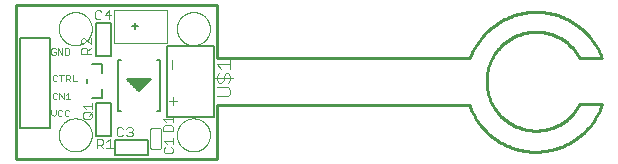
<source format=gto>
G75*
%MOIN*%
%OFA0B0*%
%FSLAX25Y25*%
%IPPOS*%
%LPD*%
%AMOC8*
5,1,8,0,0,1.08239X$1,22.5*
%
%ADD10C,0.01000*%
%ADD11C,0.00200*%
%ADD12C,0.00000*%
%ADD13C,0.00300*%
%ADD14C,0.00400*%
%ADD15C,0.00500*%
%ADD16C,0.00800*%
D10*
X0024642Y0084477D02*
X0024642Y0135658D01*
X0091571Y0135658D01*
X0091571Y0117942D01*
X0175823Y0117942D01*
X0175823Y0102194D02*
X0091571Y0102194D01*
X0091571Y0084477D01*
X0024642Y0084477D01*
X0175744Y0102233D02*
X0175944Y0101697D01*
X0176157Y0101167D01*
X0176383Y0100642D01*
X0176622Y0100123D01*
X0176874Y0099610D01*
X0177138Y0099103D01*
X0177414Y0098603D01*
X0177703Y0098109D01*
X0178003Y0097623D01*
X0178315Y0097144D01*
X0178639Y0096673D01*
X0178974Y0096210D01*
X0179321Y0095756D01*
X0179678Y0095310D01*
X0180046Y0094872D01*
X0180425Y0094444D01*
X0180814Y0094026D01*
X0181213Y0093617D01*
X0181622Y0093217D01*
X0182041Y0092828D01*
X0182469Y0092450D01*
X0182906Y0092081D01*
X0183352Y0091724D01*
X0183807Y0091378D01*
X0184270Y0091042D01*
X0184741Y0090719D01*
X0185219Y0090406D01*
X0185705Y0090106D01*
X0186199Y0089817D01*
X0186699Y0089541D01*
X0187206Y0089277D01*
X0187719Y0089025D01*
X0188238Y0088786D01*
X0188763Y0088560D01*
X0189294Y0088347D01*
X0189829Y0088146D01*
X0190369Y0087959D01*
X0190913Y0087785D01*
X0191462Y0087624D01*
X0192014Y0087477D01*
X0192570Y0087343D01*
X0193128Y0087223D01*
X0193690Y0087117D01*
X0194254Y0087024D01*
X0194820Y0086945D01*
X0195388Y0086880D01*
X0195957Y0086829D01*
X0196527Y0086792D01*
X0197099Y0086769D01*
X0197670Y0086759D01*
X0198242Y0086764D01*
X0198813Y0086782D01*
X0199383Y0086815D01*
X0199953Y0086861D01*
X0200521Y0086921D01*
X0201088Y0086996D01*
X0201653Y0087084D01*
X0202215Y0087185D01*
X0202775Y0087301D01*
X0203332Y0087430D01*
X0203885Y0087572D01*
X0204435Y0087728D01*
X0204981Y0087898D01*
X0205523Y0088081D01*
X0206059Y0088276D01*
X0206591Y0088485D01*
X0207118Y0088707D01*
X0207639Y0088942D01*
X0208155Y0089189D01*
X0208664Y0089449D01*
X0209166Y0089721D01*
X0209662Y0090006D01*
X0210151Y0090302D01*
X0210632Y0090610D01*
X0211106Y0090930D01*
X0211572Y0091261D01*
X0212029Y0091604D01*
X0212478Y0091958D01*
X0212918Y0092322D01*
X0213349Y0092697D01*
X0213771Y0093083D01*
X0214184Y0093479D01*
X0214586Y0093884D01*
X0214979Y0094300D01*
X0215361Y0094725D01*
X0215733Y0095159D01*
X0216094Y0095602D01*
X0216444Y0096053D01*
X0216783Y0096514D01*
X0217111Y0096982D01*
X0217427Y0097458D01*
X0217732Y0097942D01*
X0218024Y0098433D01*
X0218305Y0098931D01*
X0218573Y0099435D01*
X0218829Y0099946D01*
X0219072Y0100464D01*
X0219303Y0100987D01*
X0219520Y0101515D01*
X0219725Y0102049D01*
X0219917Y0102587D01*
X0219839Y0102587D02*
X0212437Y0102548D01*
X0219917Y0117942D02*
X0219714Y0118477D01*
X0219497Y0119008D01*
X0219268Y0119532D01*
X0219026Y0120052D01*
X0218771Y0120565D01*
X0218504Y0121071D01*
X0218225Y0121571D01*
X0217933Y0122065D01*
X0217630Y0122550D01*
X0217315Y0123029D01*
X0216988Y0123499D01*
X0216650Y0123961D01*
X0216300Y0124415D01*
X0215940Y0124861D01*
X0215569Y0125297D01*
X0215187Y0125724D01*
X0214796Y0126142D01*
X0214394Y0126550D01*
X0213982Y0126948D01*
X0213560Y0127336D01*
X0213130Y0127714D01*
X0212690Y0128081D01*
X0212241Y0128437D01*
X0211784Y0128782D01*
X0211319Y0129116D01*
X0210845Y0129438D01*
X0210364Y0129749D01*
X0209875Y0130047D01*
X0209380Y0130334D01*
X0208877Y0130609D01*
X0208368Y0130871D01*
X0207852Y0131121D01*
X0207331Y0131358D01*
X0206804Y0131583D01*
X0206272Y0131794D01*
X0205734Y0131993D01*
X0205192Y0132178D01*
X0204646Y0132350D01*
X0204095Y0132509D01*
X0203541Y0132654D01*
X0202984Y0132785D01*
X0202423Y0132903D01*
X0201860Y0133007D01*
X0201295Y0133098D01*
X0200727Y0133175D01*
X0200158Y0133237D01*
X0199587Y0133286D01*
X0199015Y0133321D01*
X0198443Y0133342D01*
X0197870Y0133349D01*
X0197297Y0133342D01*
X0196725Y0133321D01*
X0196153Y0133286D01*
X0195582Y0133237D01*
X0195013Y0133175D01*
X0194445Y0133098D01*
X0193880Y0133007D01*
X0193317Y0132903D01*
X0192756Y0132785D01*
X0192199Y0132654D01*
X0191645Y0132509D01*
X0191094Y0132350D01*
X0190548Y0132178D01*
X0190006Y0131993D01*
X0189468Y0131794D01*
X0188936Y0131583D01*
X0188409Y0131358D01*
X0187888Y0131121D01*
X0187372Y0130871D01*
X0186863Y0130609D01*
X0186360Y0130334D01*
X0185865Y0130047D01*
X0185376Y0129749D01*
X0184895Y0129438D01*
X0184421Y0129116D01*
X0183956Y0128782D01*
X0183499Y0128437D01*
X0183050Y0128081D01*
X0182610Y0127714D01*
X0182180Y0127336D01*
X0181758Y0126948D01*
X0181346Y0126550D01*
X0180944Y0126142D01*
X0180553Y0125724D01*
X0180171Y0125297D01*
X0179800Y0124861D01*
X0179440Y0124415D01*
X0179090Y0123961D01*
X0178752Y0123499D01*
X0178425Y0123029D01*
X0178110Y0122550D01*
X0177807Y0122065D01*
X0177515Y0121571D01*
X0177236Y0121071D01*
X0176969Y0120565D01*
X0176714Y0120052D01*
X0176472Y0119532D01*
X0176243Y0119008D01*
X0176026Y0118477D01*
X0175823Y0117942D01*
X0212437Y0117942D02*
X0212244Y0118296D01*
X0212044Y0118646D01*
X0211834Y0118990D01*
X0211616Y0119330D01*
X0211390Y0119663D01*
X0211156Y0119992D01*
X0210914Y0120314D01*
X0210664Y0120630D01*
X0210406Y0120940D01*
X0210141Y0121244D01*
X0209869Y0121541D01*
X0209589Y0121832D01*
X0209303Y0122115D01*
X0209009Y0122391D01*
X0208709Y0122661D01*
X0208402Y0122922D01*
X0208089Y0123176D01*
X0207770Y0123423D01*
X0207445Y0123661D01*
X0207114Y0123891D01*
X0206778Y0124114D01*
X0206436Y0124328D01*
X0206089Y0124533D01*
X0205737Y0124730D01*
X0205381Y0124918D01*
X0205020Y0125098D01*
X0204655Y0125268D01*
X0204285Y0125430D01*
X0203912Y0125582D01*
X0203535Y0125726D01*
X0203155Y0125860D01*
X0202772Y0125985D01*
X0202385Y0126100D01*
X0201996Y0126206D01*
X0201605Y0126302D01*
X0201211Y0126388D01*
X0200815Y0126465D01*
X0200418Y0126533D01*
X0200019Y0126590D01*
X0199618Y0126638D01*
X0199217Y0126676D01*
X0198815Y0126704D01*
X0198412Y0126722D01*
X0198009Y0126730D01*
X0197606Y0126729D01*
X0197203Y0126717D01*
X0196800Y0126696D01*
X0196398Y0126665D01*
X0195997Y0126624D01*
X0195597Y0126573D01*
X0195199Y0126513D01*
X0194802Y0126443D01*
X0194407Y0126363D01*
X0194014Y0126273D01*
X0193623Y0126174D01*
X0193235Y0126065D01*
X0192849Y0125947D01*
X0192467Y0125819D01*
X0192088Y0125682D01*
X0191712Y0125536D01*
X0191340Y0125381D01*
X0190972Y0125216D01*
X0190608Y0125043D01*
X0190248Y0124861D01*
X0189893Y0124670D01*
X0189543Y0124470D01*
X0189198Y0124262D01*
X0188858Y0124046D01*
X0188523Y0123821D01*
X0188194Y0123588D01*
X0187871Y0123347D01*
X0187553Y0123098D01*
X0187242Y0122842D01*
X0186937Y0122578D01*
X0186639Y0122307D01*
X0186348Y0122028D01*
X0186063Y0121742D01*
X0185786Y0121450D01*
X0185516Y0121151D01*
X0185253Y0120845D01*
X0184998Y0120533D01*
X0184750Y0120215D01*
X0184510Y0119891D01*
X0184279Y0119561D01*
X0184055Y0119225D01*
X0183840Y0118884D01*
X0183633Y0118538D01*
X0183435Y0118187D01*
X0183245Y0117831D01*
X0183065Y0117471D01*
X0182893Y0117106D01*
X0182730Y0116738D01*
X0182576Y0116365D01*
X0182431Y0115989D01*
X0182295Y0115609D01*
X0182169Y0115226D01*
X0182052Y0114840D01*
X0181945Y0114452D01*
X0181847Y0114061D01*
X0181759Y0113667D01*
X0181681Y0113272D01*
X0181612Y0112874D01*
X0181553Y0112476D01*
X0181504Y0112076D01*
X0181464Y0111674D01*
X0181435Y0111272D01*
X0181415Y0110870D01*
X0181405Y0110467D01*
X0181405Y0110063D01*
X0181415Y0109660D01*
X0181435Y0109258D01*
X0181464Y0108856D01*
X0181504Y0108454D01*
X0181553Y0108054D01*
X0181612Y0107656D01*
X0181681Y0107258D01*
X0181759Y0106863D01*
X0181847Y0106469D01*
X0181945Y0106078D01*
X0182052Y0105690D01*
X0182169Y0105304D01*
X0182295Y0104921D01*
X0182431Y0104541D01*
X0182576Y0104165D01*
X0182730Y0103792D01*
X0182893Y0103424D01*
X0183065Y0103059D01*
X0183245Y0102699D01*
X0183435Y0102343D01*
X0183633Y0101992D01*
X0183840Y0101646D01*
X0184055Y0101305D01*
X0184279Y0100969D01*
X0184510Y0100639D01*
X0184750Y0100315D01*
X0184998Y0099997D01*
X0185253Y0099685D01*
X0185516Y0099379D01*
X0185786Y0099080D01*
X0186063Y0098788D01*
X0186348Y0098502D01*
X0186639Y0098223D01*
X0186937Y0097952D01*
X0187242Y0097688D01*
X0187553Y0097432D01*
X0187871Y0097183D01*
X0188194Y0096942D01*
X0188523Y0096709D01*
X0188858Y0096484D01*
X0189198Y0096268D01*
X0189543Y0096060D01*
X0189893Y0095860D01*
X0190248Y0095669D01*
X0190608Y0095487D01*
X0190972Y0095314D01*
X0191340Y0095149D01*
X0191712Y0094994D01*
X0192088Y0094848D01*
X0192467Y0094711D01*
X0192849Y0094583D01*
X0193235Y0094465D01*
X0193623Y0094356D01*
X0194014Y0094257D01*
X0194407Y0094167D01*
X0194802Y0094087D01*
X0195199Y0094017D01*
X0195597Y0093957D01*
X0195997Y0093906D01*
X0196398Y0093865D01*
X0196800Y0093834D01*
X0197203Y0093813D01*
X0197606Y0093801D01*
X0198009Y0093800D01*
X0198412Y0093808D01*
X0198815Y0093826D01*
X0199217Y0093854D01*
X0199618Y0093892D01*
X0200019Y0093940D01*
X0200418Y0093997D01*
X0200815Y0094065D01*
X0201211Y0094142D01*
X0201605Y0094228D01*
X0201996Y0094324D01*
X0202385Y0094430D01*
X0202772Y0094545D01*
X0203155Y0094670D01*
X0203535Y0094804D01*
X0203912Y0094948D01*
X0204285Y0095100D01*
X0204655Y0095262D01*
X0205020Y0095432D01*
X0205381Y0095612D01*
X0205737Y0095800D01*
X0206089Y0095997D01*
X0206436Y0096202D01*
X0206778Y0096416D01*
X0207114Y0096639D01*
X0207445Y0096869D01*
X0207770Y0097107D01*
X0208089Y0097354D01*
X0208402Y0097608D01*
X0208709Y0097869D01*
X0209009Y0098139D01*
X0209303Y0098415D01*
X0209589Y0098698D01*
X0209869Y0098989D01*
X0210141Y0099286D01*
X0210406Y0099590D01*
X0210664Y0099900D01*
X0210914Y0100216D01*
X0211156Y0100538D01*
X0211390Y0100867D01*
X0211616Y0101200D01*
X0211834Y0101540D01*
X0212044Y0101884D01*
X0212244Y0102234D01*
X0212437Y0102588D01*
X0212437Y0117942D02*
X0219917Y0117942D01*
D11*
X0044877Y0110207D02*
X0043409Y0110207D01*
X0043409Y0112409D01*
X0042667Y0112042D02*
X0042667Y0111308D01*
X0042300Y0110941D01*
X0041199Y0110941D01*
X0041933Y0110941D02*
X0042667Y0110207D01*
X0041199Y0110207D02*
X0041199Y0112409D01*
X0042300Y0112409D01*
X0042667Y0112042D01*
X0040457Y0112409D02*
X0038989Y0112409D01*
X0039723Y0112409D02*
X0039723Y0110207D01*
X0038247Y0110574D02*
X0037880Y0110207D01*
X0037146Y0110207D01*
X0036779Y0110574D01*
X0036779Y0112042D01*
X0037146Y0112409D01*
X0037880Y0112409D01*
X0038247Y0112042D01*
X0038595Y0119026D02*
X0038595Y0121228D01*
X0040063Y0119026D01*
X0040063Y0121228D01*
X0040805Y0121228D02*
X0041906Y0121228D01*
X0042273Y0120861D01*
X0042273Y0119393D01*
X0041906Y0119026D01*
X0040805Y0119026D01*
X0040805Y0121228D01*
X0037853Y0120861D02*
X0037486Y0121228D01*
X0036752Y0121228D01*
X0036385Y0120861D01*
X0036385Y0119393D01*
X0036752Y0119026D01*
X0037486Y0119026D01*
X0037853Y0119393D01*
X0037853Y0120127D01*
X0037119Y0120127D01*
X0036385Y0100834D02*
X0036385Y0099366D01*
X0037119Y0098632D01*
X0037853Y0099366D01*
X0037853Y0100834D01*
X0038595Y0100467D02*
X0038595Y0098999D01*
X0038962Y0098632D01*
X0039696Y0098632D01*
X0040063Y0098999D01*
X0040805Y0098999D02*
X0041172Y0098632D01*
X0041906Y0098632D01*
X0042273Y0098999D01*
X0040805Y0098999D02*
X0040805Y0100467D01*
X0041172Y0100834D01*
X0041906Y0100834D01*
X0042273Y0100467D01*
X0040063Y0100467D02*
X0039696Y0100834D01*
X0038962Y0100834D01*
X0038595Y0100467D01*
D12*
X0038815Y0092351D02*
X0038817Y0092499D01*
X0038823Y0092647D01*
X0038833Y0092795D01*
X0038847Y0092942D01*
X0038865Y0093089D01*
X0038886Y0093235D01*
X0038912Y0093381D01*
X0038942Y0093526D01*
X0038975Y0093670D01*
X0039013Y0093813D01*
X0039054Y0093955D01*
X0039099Y0094096D01*
X0039147Y0094236D01*
X0039200Y0094375D01*
X0039256Y0094512D01*
X0039316Y0094647D01*
X0039379Y0094781D01*
X0039446Y0094913D01*
X0039517Y0095043D01*
X0039591Y0095171D01*
X0039668Y0095297D01*
X0039749Y0095421D01*
X0039833Y0095543D01*
X0039920Y0095662D01*
X0040011Y0095779D01*
X0040105Y0095894D01*
X0040201Y0096006D01*
X0040301Y0096116D01*
X0040403Y0096222D01*
X0040509Y0096326D01*
X0040617Y0096427D01*
X0040728Y0096525D01*
X0040841Y0096621D01*
X0040957Y0096713D01*
X0041075Y0096802D01*
X0041196Y0096887D01*
X0041319Y0096970D01*
X0041444Y0097049D01*
X0041571Y0097125D01*
X0041700Y0097197D01*
X0041831Y0097266D01*
X0041964Y0097331D01*
X0042099Y0097392D01*
X0042235Y0097450D01*
X0042372Y0097505D01*
X0042511Y0097555D01*
X0042652Y0097602D01*
X0042793Y0097645D01*
X0042936Y0097685D01*
X0043080Y0097720D01*
X0043224Y0097752D01*
X0043370Y0097779D01*
X0043516Y0097803D01*
X0043663Y0097823D01*
X0043810Y0097839D01*
X0043957Y0097851D01*
X0044105Y0097859D01*
X0044253Y0097863D01*
X0044401Y0097863D01*
X0044549Y0097859D01*
X0044697Y0097851D01*
X0044844Y0097839D01*
X0044991Y0097823D01*
X0045138Y0097803D01*
X0045284Y0097779D01*
X0045430Y0097752D01*
X0045574Y0097720D01*
X0045718Y0097685D01*
X0045861Y0097645D01*
X0046002Y0097602D01*
X0046143Y0097555D01*
X0046282Y0097505D01*
X0046419Y0097450D01*
X0046555Y0097392D01*
X0046690Y0097331D01*
X0046823Y0097266D01*
X0046954Y0097197D01*
X0047083Y0097125D01*
X0047210Y0097049D01*
X0047335Y0096970D01*
X0047458Y0096887D01*
X0047579Y0096802D01*
X0047697Y0096713D01*
X0047813Y0096621D01*
X0047926Y0096525D01*
X0048037Y0096427D01*
X0048145Y0096326D01*
X0048251Y0096222D01*
X0048353Y0096116D01*
X0048453Y0096006D01*
X0048549Y0095894D01*
X0048643Y0095779D01*
X0048734Y0095662D01*
X0048821Y0095543D01*
X0048905Y0095421D01*
X0048986Y0095297D01*
X0049063Y0095171D01*
X0049137Y0095043D01*
X0049208Y0094913D01*
X0049275Y0094781D01*
X0049338Y0094647D01*
X0049398Y0094512D01*
X0049454Y0094375D01*
X0049507Y0094236D01*
X0049555Y0094096D01*
X0049600Y0093955D01*
X0049641Y0093813D01*
X0049679Y0093670D01*
X0049712Y0093526D01*
X0049742Y0093381D01*
X0049768Y0093235D01*
X0049789Y0093089D01*
X0049807Y0092942D01*
X0049821Y0092795D01*
X0049831Y0092647D01*
X0049837Y0092499D01*
X0049839Y0092351D01*
X0049837Y0092203D01*
X0049831Y0092055D01*
X0049821Y0091907D01*
X0049807Y0091760D01*
X0049789Y0091613D01*
X0049768Y0091467D01*
X0049742Y0091321D01*
X0049712Y0091176D01*
X0049679Y0091032D01*
X0049641Y0090889D01*
X0049600Y0090747D01*
X0049555Y0090606D01*
X0049507Y0090466D01*
X0049454Y0090327D01*
X0049398Y0090190D01*
X0049338Y0090055D01*
X0049275Y0089921D01*
X0049208Y0089789D01*
X0049137Y0089659D01*
X0049063Y0089531D01*
X0048986Y0089405D01*
X0048905Y0089281D01*
X0048821Y0089159D01*
X0048734Y0089040D01*
X0048643Y0088923D01*
X0048549Y0088808D01*
X0048453Y0088696D01*
X0048353Y0088586D01*
X0048251Y0088480D01*
X0048145Y0088376D01*
X0048037Y0088275D01*
X0047926Y0088177D01*
X0047813Y0088081D01*
X0047697Y0087989D01*
X0047579Y0087900D01*
X0047458Y0087815D01*
X0047335Y0087732D01*
X0047210Y0087653D01*
X0047083Y0087577D01*
X0046954Y0087505D01*
X0046823Y0087436D01*
X0046690Y0087371D01*
X0046555Y0087310D01*
X0046419Y0087252D01*
X0046282Y0087197D01*
X0046143Y0087147D01*
X0046002Y0087100D01*
X0045861Y0087057D01*
X0045718Y0087017D01*
X0045574Y0086982D01*
X0045430Y0086950D01*
X0045284Y0086923D01*
X0045138Y0086899D01*
X0044991Y0086879D01*
X0044844Y0086863D01*
X0044697Y0086851D01*
X0044549Y0086843D01*
X0044401Y0086839D01*
X0044253Y0086839D01*
X0044105Y0086843D01*
X0043957Y0086851D01*
X0043810Y0086863D01*
X0043663Y0086879D01*
X0043516Y0086899D01*
X0043370Y0086923D01*
X0043224Y0086950D01*
X0043080Y0086982D01*
X0042936Y0087017D01*
X0042793Y0087057D01*
X0042652Y0087100D01*
X0042511Y0087147D01*
X0042372Y0087197D01*
X0042235Y0087252D01*
X0042099Y0087310D01*
X0041964Y0087371D01*
X0041831Y0087436D01*
X0041700Y0087505D01*
X0041571Y0087577D01*
X0041444Y0087653D01*
X0041319Y0087732D01*
X0041196Y0087815D01*
X0041075Y0087900D01*
X0040957Y0087989D01*
X0040841Y0088081D01*
X0040728Y0088177D01*
X0040617Y0088275D01*
X0040509Y0088376D01*
X0040403Y0088480D01*
X0040301Y0088586D01*
X0040201Y0088696D01*
X0040105Y0088808D01*
X0040011Y0088923D01*
X0039920Y0089040D01*
X0039833Y0089159D01*
X0039749Y0089281D01*
X0039668Y0089405D01*
X0039591Y0089531D01*
X0039517Y0089659D01*
X0039446Y0089789D01*
X0039379Y0089921D01*
X0039316Y0090055D01*
X0039256Y0090190D01*
X0039200Y0090327D01*
X0039147Y0090466D01*
X0039099Y0090606D01*
X0039054Y0090747D01*
X0039013Y0090889D01*
X0038975Y0091032D01*
X0038942Y0091176D01*
X0038912Y0091321D01*
X0038886Y0091467D01*
X0038865Y0091613D01*
X0038847Y0091760D01*
X0038833Y0091907D01*
X0038823Y0092055D01*
X0038817Y0092203D01*
X0038815Y0092351D01*
X0078185Y0092351D02*
X0078187Y0092499D01*
X0078193Y0092647D01*
X0078203Y0092795D01*
X0078217Y0092942D01*
X0078235Y0093089D01*
X0078256Y0093235D01*
X0078282Y0093381D01*
X0078312Y0093526D01*
X0078345Y0093670D01*
X0078383Y0093813D01*
X0078424Y0093955D01*
X0078469Y0094096D01*
X0078517Y0094236D01*
X0078570Y0094375D01*
X0078626Y0094512D01*
X0078686Y0094647D01*
X0078749Y0094781D01*
X0078816Y0094913D01*
X0078887Y0095043D01*
X0078961Y0095171D01*
X0079038Y0095297D01*
X0079119Y0095421D01*
X0079203Y0095543D01*
X0079290Y0095662D01*
X0079381Y0095779D01*
X0079475Y0095894D01*
X0079571Y0096006D01*
X0079671Y0096116D01*
X0079773Y0096222D01*
X0079879Y0096326D01*
X0079987Y0096427D01*
X0080098Y0096525D01*
X0080211Y0096621D01*
X0080327Y0096713D01*
X0080445Y0096802D01*
X0080566Y0096887D01*
X0080689Y0096970D01*
X0080814Y0097049D01*
X0080941Y0097125D01*
X0081070Y0097197D01*
X0081201Y0097266D01*
X0081334Y0097331D01*
X0081469Y0097392D01*
X0081605Y0097450D01*
X0081742Y0097505D01*
X0081881Y0097555D01*
X0082022Y0097602D01*
X0082163Y0097645D01*
X0082306Y0097685D01*
X0082450Y0097720D01*
X0082594Y0097752D01*
X0082740Y0097779D01*
X0082886Y0097803D01*
X0083033Y0097823D01*
X0083180Y0097839D01*
X0083327Y0097851D01*
X0083475Y0097859D01*
X0083623Y0097863D01*
X0083771Y0097863D01*
X0083919Y0097859D01*
X0084067Y0097851D01*
X0084214Y0097839D01*
X0084361Y0097823D01*
X0084508Y0097803D01*
X0084654Y0097779D01*
X0084800Y0097752D01*
X0084944Y0097720D01*
X0085088Y0097685D01*
X0085231Y0097645D01*
X0085372Y0097602D01*
X0085513Y0097555D01*
X0085652Y0097505D01*
X0085789Y0097450D01*
X0085925Y0097392D01*
X0086060Y0097331D01*
X0086193Y0097266D01*
X0086324Y0097197D01*
X0086453Y0097125D01*
X0086580Y0097049D01*
X0086705Y0096970D01*
X0086828Y0096887D01*
X0086949Y0096802D01*
X0087067Y0096713D01*
X0087183Y0096621D01*
X0087296Y0096525D01*
X0087407Y0096427D01*
X0087515Y0096326D01*
X0087621Y0096222D01*
X0087723Y0096116D01*
X0087823Y0096006D01*
X0087919Y0095894D01*
X0088013Y0095779D01*
X0088104Y0095662D01*
X0088191Y0095543D01*
X0088275Y0095421D01*
X0088356Y0095297D01*
X0088433Y0095171D01*
X0088507Y0095043D01*
X0088578Y0094913D01*
X0088645Y0094781D01*
X0088708Y0094647D01*
X0088768Y0094512D01*
X0088824Y0094375D01*
X0088877Y0094236D01*
X0088925Y0094096D01*
X0088970Y0093955D01*
X0089011Y0093813D01*
X0089049Y0093670D01*
X0089082Y0093526D01*
X0089112Y0093381D01*
X0089138Y0093235D01*
X0089159Y0093089D01*
X0089177Y0092942D01*
X0089191Y0092795D01*
X0089201Y0092647D01*
X0089207Y0092499D01*
X0089209Y0092351D01*
X0089207Y0092203D01*
X0089201Y0092055D01*
X0089191Y0091907D01*
X0089177Y0091760D01*
X0089159Y0091613D01*
X0089138Y0091467D01*
X0089112Y0091321D01*
X0089082Y0091176D01*
X0089049Y0091032D01*
X0089011Y0090889D01*
X0088970Y0090747D01*
X0088925Y0090606D01*
X0088877Y0090466D01*
X0088824Y0090327D01*
X0088768Y0090190D01*
X0088708Y0090055D01*
X0088645Y0089921D01*
X0088578Y0089789D01*
X0088507Y0089659D01*
X0088433Y0089531D01*
X0088356Y0089405D01*
X0088275Y0089281D01*
X0088191Y0089159D01*
X0088104Y0089040D01*
X0088013Y0088923D01*
X0087919Y0088808D01*
X0087823Y0088696D01*
X0087723Y0088586D01*
X0087621Y0088480D01*
X0087515Y0088376D01*
X0087407Y0088275D01*
X0087296Y0088177D01*
X0087183Y0088081D01*
X0087067Y0087989D01*
X0086949Y0087900D01*
X0086828Y0087815D01*
X0086705Y0087732D01*
X0086580Y0087653D01*
X0086453Y0087577D01*
X0086324Y0087505D01*
X0086193Y0087436D01*
X0086060Y0087371D01*
X0085925Y0087310D01*
X0085789Y0087252D01*
X0085652Y0087197D01*
X0085513Y0087147D01*
X0085372Y0087100D01*
X0085231Y0087057D01*
X0085088Y0087017D01*
X0084944Y0086982D01*
X0084800Y0086950D01*
X0084654Y0086923D01*
X0084508Y0086899D01*
X0084361Y0086879D01*
X0084214Y0086863D01*
X0084067Y0086851D01*
X0083919Y0086843D01*
X0083771Y0086839D01*
X0083623Y0086839D01*
X0083475Y0086843D01*
X0083327Y0086851D01*
X0083180Y0086863D01*
X0083033Y0086879D01*
X0082886Y0086899D01*
X0082740Y0086923D01*
X0082594Y0086950D01*
X0082450Y0086982D01*
X0082306Y0087017D01*
X0082163Y0087057D01*
X0082022Y0087100D01*
X0081881Y0087147D01*
X0081742Y0087197D01*
X0081605Y0087252D01*
X0081469Y0087310D01*
X0081334Y0087371D01*
X0081201Y0087436D01*
X0081070Y0087505D01*
X0080941Y0087577D01*
X0080814Y0087653D01*
X0080689Y0087732D01*
X0080566Y0087815D01*
X0080445Y0087900D01*
X0080327Y0087989D01*
X0080211Y0088081D01*
X0080098Y0088177D01*
X0079987Y0088275D01*
X0079879Y0088376D01*
X0079773Y0088480D01*
X0079671Y0088586D01*
X0079571Y0088696D01*
X0079475Y0088808D01*
X0079381Y0088923D01*
X0079290Y0089040D01*
X0079203Y0089159D01*
X0079119Y0089281D01*
X0079038Y0089405D01*
X0078961Y0089531D01*
X0078887Y0089659D01*
X0078816Y0089789D01*
X0078749Y0089921D01*
X0078686Y0090055D01*
X0078626Y0090190D01*
X0078570Y0090327D01*
X0078517Y0090466D01*
X0078469Y0090606D01*
X0078424Y0090747D01*
X0078383Y0090889D01*
X0078345Y0091032D01*
X0078312Y0091176D01*
X0078282Y0091321D01*
X0078256Y0091467D01*
X0078235Y0091613D01*
X0078217Y0091760D01*
X0078203Y0091907D01*
X0078193Y0092055D01*
X0078187Y0092203D01*
X0078185Y0092351D01*
X0078185Y0127784D02*
X0078187Y0127932D01*
X0078193Y0128080D01*
X0078203Y0128228D01*
X0078217Y0128375D01*
X0078235Y0128522D01*
X0078256Y0128668D01*
X0078282Y0128814D01*
X0078312Y0128959D01*
X0078345Y0129103D01*
X0078383Y0129246D01*
X0078424Y0129388D01*
X0078469Y0129529D01*
X0078517Y0129669D01*
X0078570Y0129808D01*
X0078626Y0129945D01*
X0078686Y0130080D01*
X0078749Y0130214D01*
X0078816Y0130346D01*
X0078887Y0130476D01*
X0078961Y0130604D01*
X0079038Y0130730D01*
X0079119Y0130854D01*
X0079203Y0130976D01*
X0079290Y0131095D01*
X0079381Y0131212D01*
X0079475Y0131327D01*
X0079571Y0131439D01*
X0079671Y0131549D01*
X0079773Y0131655D01*
X0079879Y0131759D01*
X0079987Y0131860D01*
X0080098Y0131958D01*
X0080211Y0132054D01*
X0080327Y0132146D01*
X0080445Y0132235D01*
X0080566Y0132320D01*
X0080689Y0132403D01*
X0080814Y0132482D01*
X0080941Y0132558D01*
X0081070Y0132630D01*
X0081201Y0132699D01*
X0081334Y0132764D01*
X0081469Y0132825D01*
X0081605Y0132883D01*
X0081742Y0132938D01*
X0081881Y0132988D01*
X0082022Y0133035D01*
X0082163Y0133078D01*
X0082306Y0133118D01*
X0082450Y0133153D01*
X0082594Y0133185D01*
X0082740Y0133212D01*
X0082886Y0133236D01*
X0083033Y0133256D01*
X0083180Y0133272D01*
X0083327Y0133284D01*
X0083475Y0133292D01*
X0083623Y0133296D01*
X0083771Y0133296D01*
X0083919Y0133292D01*
X0084067Y0133284D01*
X0084214Y0133272D01*
X0084361Y0133256D01*
X0084508Y0133236D01*
X0084654Y0133212D01*
X0084800Y0133185D01*
X0084944Y0133153D01*
X0085088Y0133118D01*
X0085231Y0133078D01*
X0085372Y0133035D01*
X0085513Y0132988D01*
X0085652Y0132938D01*
X0085789Y0132883D01*
X0085925Y0132825D01*
X0086060Y0132764D01*
X0086193Y0132699D01*
X0086324Y0132630D01*
X0086453Y0132558D01*
X0086580Y0132482D01*
X0086705Y0132403D01*
X0086828Y0132320D01*
X0086949Y0132235D01*
X0087067Y0132146D01*
X0087183Y0132054D01*
X0087296Y0131958D01*
X0087407Y0131860D01*
X0087515Y0131759D01*
X0087621Y0131655D01*
X0087723Y0131549D01*
X0087823Y0131439D01*
X0087919Y0131327D01*
X0088013Y0131212D01*
X0088104Y0131095D01*
X0088191Y0130976D01*
X0088275Y0130854D01*
X0088356Y0130730D01*
X0088433Y0130604D01*
X0088507Y0130476D01*
X0088578Y0130346D01*
X0088645Y0130214D01*
X0088708Y0130080D01*
X0088768Y0129945D01*
X0088824Y0129808D01*
X0088877Y0129669D01*
X0088925Y0129529D01*
X0088970Y0129388D01*
X0089011Y0129246D01*
X0089049Y0129103D01*
X0089082Y0128959D01*
X0089112Y0128814D01*
X0089138Y0128668D01*
X0089159Y0128522D01*
X0089177Y0128375D01*
X0089191Y0128228D01*
X0089201Y0128080D01*
X0089207Y0127932D01*
X0089209Y0127784D01*
X0089207Y0127636D01*
X0089201Y0127488D01*
X0089191Y0127340D01*
X0089177Y0127193D01*
X0089159Y0127046D01*
X0089138Y0126900D01*
X0089112Y0126754D01*
X0089082Y0126609D01*
X0089049Y0126465D01*
X0089011Y0126322D01*
X0088970Y0126180D01*
X0088925Y0126039D01*
X0088877Y0125899D01*
X0088824Y0125760D01*
X0088768Y0125623D01*
X0088708Y0125488D01*
X0088645Y0125354D01*
X0088578Y0125222D01*
X0088507Y0125092D01*
X0088433Y0124964D01*
X0088356Y0124838D01*
X0088275Y0124714D01*
X0088191Y0124592D01*
X0088104Y0124473D01*
X0088013Y0124356D01*
X0087919Y0124241D01*
X0087823Y0124129D01*
X0087723Y0124019D01*
X0087621Y0123913D01*
X0087515Y0123809D01*
X0087407Y0123708D01*
X0087296Y0123610D01*
X0087183Y0123514D01*
X0087067Y0123422D01*
X0086949Y0123333D01*
X0086828Y0123248D01*
X0086705Y0123165D01*
X0086580Y0123086D01*
X0086453Y0123010D01*
X0086324Y0122938D01*
X0086193Y0122869D01*
X0086060Y0122804D01*
X0085925Y0122743D01*
X0085789Y0122685D01*
X0085652Y0122630D01*
X0085513Y0122580D01*
X0085372Y0122533D01*
X0085231Y0122490D01*
X0085088Y0122450D01*
X0084944Y0122415D01*
X0084800Y0122383D01*
X0084654Y0122356D01*
X0084508Y0122332D01*
X0084361Y0122312D01*
X0084214Y0122296D01*
X0084067Y0122284D01*
X0083919Y0122276D01*
X0083771Y0122272D01*
X0083623Y0122272D01*
X0083475Y0122276D01*
X0083327Y0122284D01*
X0083180Y0122296D01*
X0083033Y0122312D01*
X0082886Y0122332D01*
X0082740Y0122356D01*
X0082594Y0122383D01*
X0082450Y0122415D01*
X0082306Y0122450D01*
X0082163Y0122490D01*
X0082022Y0122533D01*
X0081881Y0122580D01*
X0081742Y0122630D01*
X0081605Y0122685D01*
X0081469Y0122743D01*
X0081334Y0122804D01*
X0081201Y0122869D01*
X0081070Y0122938D01*
X0080941Y0123010D01*
X0080814Y0123086D01*
X0080689Y0123165D01*
X0080566Y0123248D01*
X0080445Y0123333D01*
X0080327Y0123422D01*
X0080211Y0123514D01*
X0080098Y0123610D01*
X0079987Y0123708D01*
X0079879Y0123809D01*
X0079773Y0123913D01*
X0079671Y0124019D01*
X0079571Y0124129D01*
X0079475Y0124241D01*
X0079381Y0124356D01*
X0079290Y0124473D01*
X0079203Y0124592D01*
X0079119Y0124714D01*
X0079038Y0124838D01*
X0078961Y0124964D01*
X0078887Y0125092D01*
X0078816Y0125222D01*
X0078749Y0125354D01*
X0078686Y0125488D01*
X0078626Y0125623D01*
X0078570Y0125760D01*
X0078517Y0125899D01*
X0078469Y0126039D01*
X0078424Y0126180D01*
X0078383Y0126322D01*
X0078345Y0126465D01*
X0078312Y0126609D01*
X0078282Y0126754D01*
X0078256Y0126900D01*
X0078235Y0127046D01*
X0078217Y0127193D01*
X0078203Y0127340D01*
X0078193Y0127488D01*
X0078187Y0127636D01*
X0078185Y0127784D01*
X0038815Y0127784D02*
X0038817Y0127932D01*
X0038823Y0128080D01*
X0038833Y0128228D01*
X0038847Y0128375D01*
X0038865Y0128522D01*
X0038886Y0128668D01*
X0038912Y0128814D01*
X0038942Y0128959D01*
X0038975Y0129103D01*
X0039013Y0129246D01*
X0039054Y0129388D01*
X0039099Y0129529D01*
X0039147Y0129669D01*
X0039200Y0129808D01*
X0039256Y0129945D01*
X0039316Y0130080D01*
X0039379Y0130214D01*
X0039446Y0130346D01*
X0039517Y0130476D01*
X0039591Y0130604D01*
X0039668Y0130730D01*
X0039749Y0130854D01*
X0039833Y0130976D01*
X0039920Y0131095D01*
X0040011Y0131212D01*
X0040105Y0131327D01*
X0040201Y0131439D01*
X0040301Y0131549D01*
X0040403Y0131655D01*
X0040509Y0131759D01*
X0040617Y0131860D01*
X0040728Y0131958D01*
X0040841Y0132054D01*
X0040957Y0132146D01*
X0041075Y0132235D01*
X0041196Y0132320D01*
X0041319Y0132403D01*
X0041444Y0132482D01*
X0041571Y0132558D01*
X0041700Y0132630D01*
X0041831Y0132699D01*
X0041964Y0132764D01*
X0042099Y0132825D01*
X0042235Y0132883D01*
X0042372Y0132938D01*
X0042511Y0132988D01*
X0042652Y0133035D01*
X0042793Y0133078D01*
X0042936Y0133118D01*
X0043080Y0133153D01*
X0043224Y0133185D01*
X0043370Y0133212D01*
X0043516Y0133236D01*
X0043663Y0133256D01*
X0043810Y0133272D01*
X0043957Y0133284D01*
X0044105Y0133292D01*
X0044253Y0133296D01*
X0044401Y0133296D01*
X0044549Y0133292D01*
X0044697Y0133284D01*
X0044844Y0133272D01*
X0044991Y0133256D01*
X0045138Y0133236D01*
X0045284Y0133212D01*
X0045430Y0133185D01*
X0045574Y0133153D01*
X0045718Y0133118D01*
X0045861Y0133078D01*
X0046002Y0133035D01*
X0046143Y0132988D01*
X0046282Y0132938D01*
X0046419Y0132883D01*
X0046555Y0132825D01*
X0046690Y0132764D01*
X0046823Y0132699D01*
X0046954Y0132630D01*
X0047083Y0132558D01*
X0047210Y0132482D01*
X0047335Y0132403D01*
X0047458Y0132320D01*
X0047579Y0132235D01*
X0047697Y0132146D01*
X0047813Y0132054D01*
X0047926Y0131958D01*
X0048037Y0131860D01*
X0048145Y0131759D01*
X0048251Y0131655D01*
X0048353Y0131549D01*
X0048453Y0131439D01*
X0048549Y0131327D01*
X0048643Y0131212D01*
X0048734Y0131095D01*
X0048821Y0130976D01*
X0048905Y0130854D01*
X0048986Y0130730D01*
X0049063Y0130604D01*
X0049137Y0130476D01*
X0049208Y0130346D01*
X0049275Y0130214D01*
X0049338Y0130080D01*
X0049398Y0129945D01*
X0049454Y0129808D01*
X0049507Y0129669D01*
X0049555Y0129529D01*
X0049600Y0129388D01*
X0049641Y0129246D01*
X0049679Y0129103D01*
X0049712Y0128959D01*
X0049742Y0128814D01*
X0049768Y0128668D01*
X0049789Y0128522D01*
X0049807Y0128375D01*
X0049821Y0128228D01*
X0049831Y0128080D01*
X0049837Y0127932D01*
X0049839Y0127784D01*
X0049837Y0127636D01*
X0049831Y0127488D01*
X0049821Y0127340D01*
X0049807Y0127193D01*
X0049789Y0127046D01*
X0049768Y0126900D01*
X0049742Y0126754D01*
X0049712Y0126609D01*
X0049679Y0126465D01*
X0049641Y0126322D01*
X0049600Y0126180D01*
X0049555Y0126039D01*
X0049507Y0125899D01*
X0049454Y0125760D01*
X0049398Y0125623D01*
X0049338Y0125488D01*
X0049275Y0125354D01*
X0049208Y0125222D01*
X0049137Y0125092D01*
X0049063Y0124964D01*
X0048986Y0124838D01*
X0048905Y0124714D01*
X0048821Y0124592D01*
X0048734Y0124473D01*
X0048643Y0124356D01*
X0048549Y0124241D01*
X0048453Y0124129D01*
X0048353Y0124019D01*
X0048251Y0123913D01*
X0048145Y0123809D01*
X0048037Y0123708D01*
X0047926Y0123610D01*
X0047813Y0123514D01*
X0047697Y0123422D01*
X0047579Y0123333D01*
X0047458Y0123248D01*
X0047335Y0123165D01*
X0047210Y0123086D01*
X0047083Y0123010D01*
X0046954Y0122938D01*
X0046823Y0122869D01*
X0046690Y0122804D01*
X0046555Y0122743D01*
X0046419Y0122685D01*
X0046282Y0122630D01*
X0046143Y0122580D01*
X0046002Y0122533D01*
X0045861Y0122490D01*
X0045718Y0122450D01*
X0045574Y0122415D01*
X0045430Y0122383D01*
X0045284Y0122356D01*
X0045138Y0122332D01*
X0044991Y0122312D01*
X0044844Y0122296D01*
X0044697Y0122284D01*
X0044549Y0122276D01*
X0044401Y0122272D01*
X0044253Y0122272D01*
X0044105Y0122276D01*
X0043957Y0122284D01*
X0043810Y0122296D01*
X0043663Y0122312D01*
X0043516Y0122332D01*
X0043370Y0122356D01*
X0043224Y0122383D01*
X0043080Y0122415D01*
X0042936Y0122450D01*
X0042793Y0122490D01*
X0042652Y0122533D01*
X0042511Y0122580D01*
X0042372Y0122630D01*
X0042235Y0122685D01*
X0042099Y0122743D01*
X0041964Y0122804D01*
X0041831Y0122869D01*
X0041700Y0122938D01*
X0041571Y0123010D01*
X0041444Y0123086D01*
X0041319Y0123165D01*
X0041196Y0123248D01*
X0041075Y0123333D01*
X0040957Y0123422D01*
X0040841Y0123514D01*
X0040728Y0123610D01*
X0040617Y0123708D01*
X0040509Y0123809D01*
X0040403Y0123913D01*
X0040301Y0124019D01*
X0040201Y0124129D01*
X0040105Y0124241D01*
X0040011Y0124356D01*
X0039920Y0124473D01*
X0039833Y0124592D01*
X0039749Y0124714D01*
X0039668Y0124838D01*
X0039591Y0124964D01*
X0039517Y0125092D01*
X0039446Y0125222D01*
X0039379Y0125354D01*
X0039316Y0125488D01*
X0039256Y0125623D01*
X0039200Y0125760D01*
X0039147Y0125899D01*
X0039099Y0126039D01*
X0039054Y0126180D01*
X0039013Y0126322D01*
X0038975Y0126465D01*
X0038942Y0126609D01*
X0038912Y0126754D01*
X0038886Y0126900D01*
X0038865Y0127046D01*
X0038847Y0127193D01*
X0038833Y0127340D01*
X0038823Y0127488D01*
X0038817Y0127636D01*
X0038815Y0127784D01*
D13*
X0039039Y0106414D02*
X0040440Y0104312D01*
X0040440Y0106414D01*
X0041249Y0105713D02*
X0041949Y0106414D01*
X0041949Y0104312D01*
X0041249Y0104312D02*
X0042650Y0104312D01*
X0039039Y0104312D02*
X0039039Y0106414D01*
X0038230Y0106064D02*
X0037880Y0106414D01*
X0037179Y0106414D01*
X0036829Y0106064D01*
X0036829Y0104662D01*
X0037179Y0104312D01*
X0037880Y0104312D01*
X0038230Y0104662D01*
X0069358Y0094180D02*
X0069358Y0088180D01*
X0069360Y0088136D01*
X0069366Y0088093D01*
X0069375Y0088051D01*
X0069388Y0088009D01*
X0069405Y0087969D01*
X0069425Y0087930D01*
X0069448Y0087893D01*
X0069475Y0087859D01*
X0069504Y0087826D01*
X0069537Y0087797D01*
X0069571Y0087770D01*
X0069608Y0087747D01*
X0069647Y0087727D01*
X0069687Y0087710D01*
X0069729Y0087697D01*
X0069771Y0087688D01*
X0069814Y0087682D01*
X0069858Y0087680D01*
X0072358Y0087680D01*
X0072402Y0087682D01*
X0072445Y0087688D01*
X0072487Y0087697D01*
X0072529Y0087710D01*
X0072569Y0087727D01*
X0072608Y0087747D01*
X0072645Y0087770D01*
X0072679Y0087797D01*
X0072712Y0087826D01*
X0072741Y0087859D01*
X0072768Y0087893D01*
X0072791Y0087930D01*
X0072811Y0087969D01*
X0072828Y0088009D01*
X0072841Y0088051D01*
X0072850Y0088093D01*
X0072856Y0088136D01*
X0072858Y0088180D01*
X0072858Y0094180D01*
X0072856Y0094224D01*
X0072850Y0094267D01*
X0072841Y0094309D01*
X0072828Y0094351D01*
X0072811Y0094391D01*
X0072791Y0094430D01*
X0072768Y0094467D01*
X0072741Y0094501D01*
X0072712Y0094534D01*
X0072679Y0094563D01*
X0072645Y0094590D01*
X0072608Y0094613D01*
X0072569Y0094633D01*
X0072529Y0094650D01*
X0072487Y0094663D01*
X0072445Y0094672D01*
X0072402Y0094678D01*
X0072358Y0094680D01*
X0069858Y0094680D01*
X0069814Y0094678D01*
X0069771Y0094672D01*
X0069729Y0094663D01*
X0069687Y0094650D01*
X0069647Y0094633D01*
X0069608Y0094613D01*
X0069571Y0094590D01*
X0069537Y0094563D01*
X0069504Y0094534D01*
X0069475Y0094501D01*
X0069448Y0094467D01*
X0069425Y0094430D01*
X0069405Y0094391D01*
X0069388Y0094351D01*
X0069375Y0094309D01*
X0069366Y0094267D01*
X0069360Y0094224D01*
X0069358Y0094180D01*
X0076912Y0102383D02*
X0076912Y0104852D01*
X0078146Y0103617D02*
X0075677Y0103617D01*
D14*
X0076769Y0098824D02*
X0076769Y0096756D01*
X0076769Y0097790D02*
X0073666Y0097790D01*
X0074700Y0096756D01*
X0074183Y0095601D02*
X0073666Y0095084D01*
X0073666Y0093533D01*
X0076769Y0093533D01*
X0076769Y0095084D01*
X0076251Y0095601D01*
X0074183Y0095601D01*
X0076908Y0091476D02*
X0076908Y0089407D01*
X0076908Y0090441D02*
X0073806Y0090441D01*
X0074840Y0089407D01*
X0074323Y0088253D02*
X0073806Y0087736D01*
X0073806Y0086702D01*
X0074323Y0086184D01*
X0076391Y0086184D01*
X0076908Y0086702D01*
X0076908Y0087736D01*
X0076391Y0088253D01*
X0063401Y0092356D02*
X0062884Y0091839D01*
X0061849Y0091839D01*
X0061332Y0092356D01*
X0060178Y0092356D02*
X0059661Y0091839D01*
X0058627Y0091839D01*
X0058109Y0092356D01*
X0058109Y0094424D01*
X0058627Y0094941D01*
X0059661Y0094941D01*
X0060178Y0094424D01*
X0061332Y0094424D02*
X0061849Y0094941D01*
X0062884Y0094941D01*
X0063401Y0094424D01*
X0063401Y0093907D01*
X0062884Y0093390D01*
X0063401Y0092873D01*
X0063401Y0092356D01*
X0062884Y0093390D02*
X0062366Y0093390D01*
X0055742Y0091032D02*
X0055742Y0087929D01*
X0054708Y0087929D02*
X0056777Y0087929D01*
X0054708Y0089998D02*
X0055742Y0091032D01*
X0053554Y0090515D02*
X0053554Y0089480D01*
X0053037Y0088963D01*
X0051485Y0088963D01*
X0051485Y0087929D02*
X0051485Y0091032D01*
X0053037Y0091032D01*
X0053554Y0090515D01*
X0052520Y0088963D02*
X0053554Y0087929D01*
X0049364Y0097779D02*
X0047295Y0097779D01*
X0046778Y0098296D01*
X0046778Y0099330D01*
X0047295Y0099847D01*
X0049364Y0099847D01*
X0049881Y0099330D01*
X0049881Y0098296D01*
X0049364Y0097779D01*
X0048846Y0098813D02*
X0049881Y0099847D01*
X0049881Y0101002D02*
X0049881Y0103070D01*
X0049881Y0102036D02*
X0046778Y0102036D01*
X0047812Y0101002D01*
X0048374Y0119382D02*
X0048374Y0120933D01*
X0047857Y0121450D01*
X0046823Y0121450D01*
X0046306Y0120933D01*
X0046306Y0119382D01*
X0049408Y0119382D01*
X0048374Y0120416D02*
X0049408Y0121450D01*
X0049408Y0122605D02*
X0047340Y0124673D01*
X0046823Y0124673D01*
X0046306Y0124156D01*
X0046306Y0123122D01*
X0046823Y0122605D01*
X0049408Y0122605D02*
X0049408Y0124673D01*
X0057329Y0123091D02*
X0057329Y0134091D01*
X0074829Y0134091D01*
X0074829Y0123091D01*
X0057329Y0123091D01*
X0055679Y0130854D02*
X0055679Y0133957D01*
X0054127Y0132406D01*
X0056196Y0132406D01*
X0052973Y0133440D02*
X0052456Y0133957D01*
X0051422Y0133957D01*
X0050905Y0133440D01*
X0050905Y0131371D01*
X0051422Y0130854D01*
X0052456Y0130854D01*
X0052973Y0131371D01*
X0076411Y0117313D02*
X0076411Y0114244D01*
X0090665Y0111328D02*
X0096804Y0111328D01*
X0096036Y0112095D02*
X0095269Y0112862D01*
X0094502Y0112862D01*
X0093734Y0112095D01*
X0093734Y0110560D01*
X0092967Y0109793D01*
X0092200Y0109793D01*
X0091432Y0110560D01*
X0091432Y0112095D01*
X0092200Y0112862D01*
X0092967Y0114397D02*
X0091432Y0115931D01*
X0096036Y0115931D01*
X0096036Y0114397D02*
X0096036Y0117466D01*
X0096036Y0112095D02*
X0096036Y0110560D01*
X0095269Y0109793D01*
X0095269Y0108258D02*
X0091432Y0108258D01*
X0095269Y0108258D02*
X0096036Y0107491D01*
X0096036Y0105956D01*
X0095269Y0105189D01*
X0091432Y0105189D01*
D15*
X0090724Y0098296D02*
X0090724Y0121918D01*
X0074976Y0121918D01*
X0074976Y0098296D01*
X0090724Y0098296D01*
X0068409Y0090639D02*
X0068409Y0085639D01*
X0057409Y0085639D01*
X0057409Y0090639D01*
X0068409Y0090639D01*
X0056285Y0091979D02*
X0051285Y0091979D01*
X0051285Y0102979D01*
X0056285Y0102979D01*
X0056285Y0091979D01*
X0053392Y0104554D02*
X0049892Y0104554D01*
X0053392Y0104554D02*
X0053392Y0107554D01*
X0048392Y0109554D02*
X0048392Y0111054D01*
X0049892Y0116054D02*
X0053392Y0116054D01*
X0053392Y0113054D01*
X0051108Y0118682D02*
X0051108Y0129682D01*
X0056108Y0129682D01*
X0056108Y0118682D01*
X0051108Y0118682D01*
X0061469Y0110995D02*
X0069469Y0110995D01*
X0068969Y0110495D01*
X0061969Y0110495D01*
X0062469Y0109995D01*
X0068469Y0109995D01*
X0067969Y0109495D01*
X0062969Y0109495D01*
X0063469Y0108995D01*
X0067469Y0108995D01*
X0066969Y0108495D01*
X0063969Y0108495D01*
X0063469Y0108995D01*
X0063969Y0108495D02*
X0064469Y0107995D01*
X0066469Y0107995D01*
X0065969Y0107495D01*
X0064969Y0107495D01*
X0064469Y0107995D01*
X0064969Y0107495D02*
X0065469Y0106995D01*
X0065969Y0107495D01*
X0066469Y0107995D02*
X0066969Y0108495D01*
X0067469Y0108995D02*
X0067969Y0109495D01*
X0068469Y0109995D02*
X0068969Y0110495D01*
X0062969Y0109495D02*
X0062469Y0109995D01*
X0061969Y0110495D02*
X0061469Y0110995D01*
X0064329Y0127591D02*
X0064329Y0129591D01*
X0063329Y0128591D02*
X0065329Y0128591D01*
X0035892Y0124782D02*
X0035892Y0094782D01*
X0025892Y0094782D01*
X0025892Y0124782D01*
X0035892Y0124782D01*
D16*
X0058461Y0117499D02*
X0058461Y0117420D01*
X0059563Y0117420D01*
X0058461Y0117420D02*
X0058461Y0100491D01*
X0059563Y0100491D01*
X0071453Y0100491D02*
X0072476Y0100491D01*
X0072476Y0117420D01*
X0071453Y0117420D01*
X0072476Y0117420D02*
X0072476Y0117499D01*
M02*

</source>
